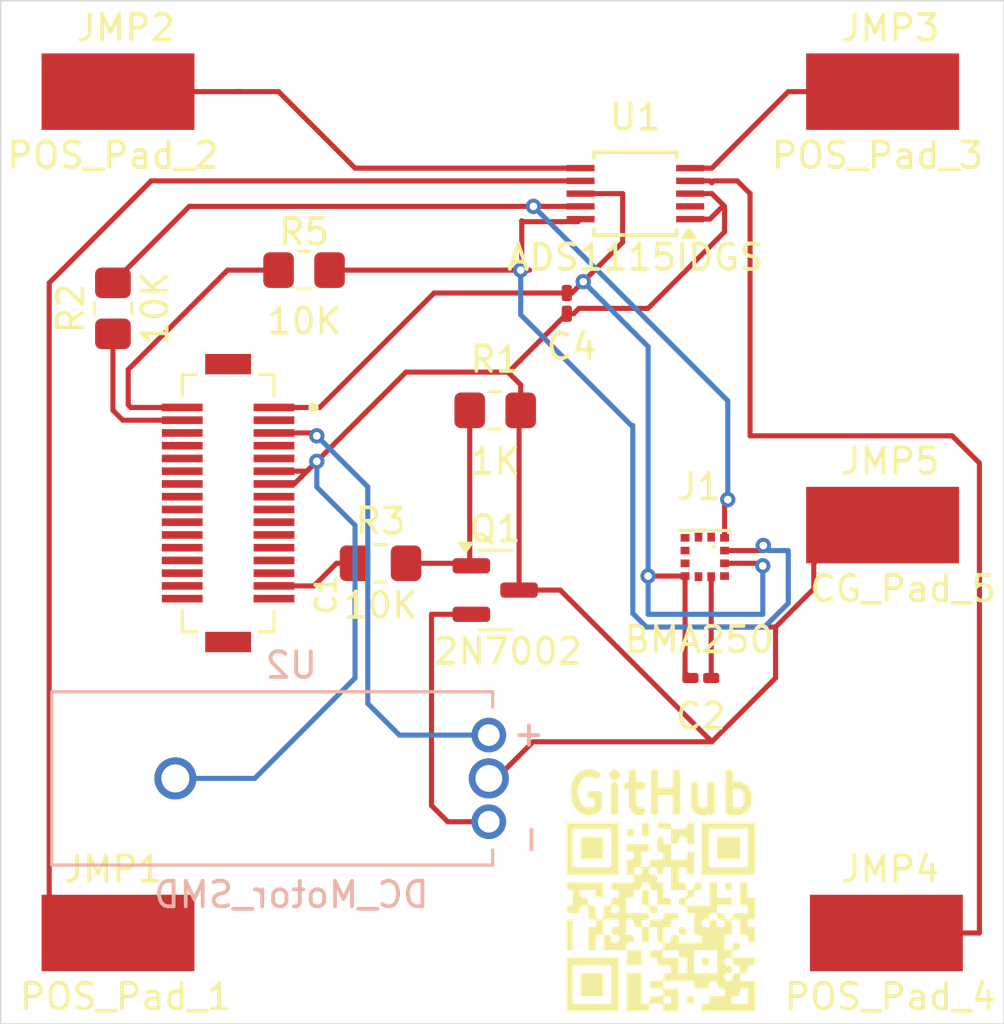
<source format=kicad_pcb>
(kicad_pcb (version 20240108) (generator "pcbnew") (generator_version "8.0")
  (layers (0 "F.Cu" signal) (31 "B.Cu" signal) (34 "B.Paste" user) (35 "F.Paste" user) (36 "B.SilkS" user "B.Silkscreen") (37 "F.SilkS" user "F.Silkscreen") (38 "B.Mask" user) (39 "F.Mask" user) (44 "Edge.Cuts" user))
  (net 0 "")
  (net 4 "Net-(C1-Pad1)")
  (net 18 "/+3V3")
  (net 22 "Net-(C1-Pad3)")
  (net 23 "/VCC")
  (net 27 "Net-(C1-Pad30)")
  (net 28 "Net-(J1-GND)")
  (net 35 "Net-(J1-SCX)")
  (net 38 "Net-(J1-SDO)")
  (net 40 "Net-(Q1-S)")
  (net 41 "Net-(Q1-G)")
  (net 43 "unconnected-(U1-AIN2-Pad6)")
  (net 44 "unconnected-(U1-AIN3-Pad7)")
  (net 45 "unconnected-(U1-AIN1-Pad5)")
  (net 46 "unconnected-(U1-AIN0-Pad4)")
  (footprint "LOGO" (layer "F.Cu") (at 143.002 110.871)
    (property "Reference" "GitHub" (at 0 -4.826 0) (layer "F.SilkS") (effects (font (size 1.5 1.5) (thickness 0.3))))
    (property "Value" "LOGO" (hide yes))
  )
  (footprint "Jumper:SolderJumper-2_P1.3mm_Bridged_RoundedPad1.0x1.5mm" (layer "F.Cu") (at 152.35 78.5)
    (property "Reference" "JMP3" (at -0.35 -2.5 0) (layer "F.SilkS"))
    (property "Value" "POS_Pad_3" (hide yes))
    (pad "" smd rect (at -0.65 0) (size 6 3) (layers "F.Cu" "F.Mask"))
  )
  (footprint "BMA250:LGA12S50P4X4_200X200X100" (layer "F.Cu") (at 144.725 96.75 -90)
    (property "Reference" "J1" (at -2.75 0.225 0) (layer "F.SilkS") (effects (font (size 1.000323 1.000323))))
    (property "Value" "BMA250" (at 3.25 0.225 0) (layer "F.SilkS") (effects (font (size 1.001559 1.001559))))
    (pad "1" smd rect (at -0.75 -0.775 90) (size 0.3 0.35) (layers "F.Cu" "F.Paste" "F.Mask") (net 38 "Net-(J1-SDO)"))
    (pad "2" smd rect (at -0.775 -0.25 180) (size 0.3 0.35) (layers "F.Cu" "F.Paste" "F.Mask"))
    (pad "3" smd rect (at -0.775 0.25 180) (size 0.3 0.35) (layers "F.Cu" "F.Paste" "F.Mask"))
    (pad "4" smd rect (at -0.75 0.775 270) (size 0.3 0.35) (layers "F.Cu" "F.Paste" "F.Mask"))
    (pad "5" smd rect (at -0.25 0.775 270) (size 0.3 0.35) (layers "F.Cu" "F.Paste" "F.Mask"))
    (pad "6" smd rect (at 0.25 0.775 270) (size 0.3 0.35) (layers "F.Cu" "F.Paste" "F.Mask"))
    (pad "7" smd rect (at 0.75 0.775 270) (size 0.3 0.35) (layers "F.Cu" "F.Paste" "F.Mask") (net 23 "/VCC"))
    (pad "8" smd rect (at 0.775 0.25) (size 0.3 0.35) (layers "F.Cu" "F.Paste" "F.Mask"))
    (pad "9" smd rect (at 0.775 -0.25) (size 0.3 0.35) (layers "F.Cu" "F.Paste" "F.Mask") (net 28 "Net-(J1-GND)"))
    (pad "10" smd rect (at 0.75 -0.775 90) (size 0.3 0.35) (layers "F.Cu" "F.Paste" "F.Mask"))
    (pad "11" smd rect (at 0.25 -0.775 90) (size 0.3 0.35) (layers "F.Cu" "F.Paste" "F.Mask") (net 23 "/VCC"))
    (pad "12" smd rect (at -0.25 -0.775 90) (size 0.3 0.35) (layers "F.Cu" "F.Paste" "F.Mask") (net 35 "Net-(J1-SCX)"))
  )
  (footprint "Resistor_SMD:R_0805_2012Metric_Pad1.20x1.40mm_HandSolder" (layer "F.Cu") (at 136.5 91 180)
    (property "Reference" "R1" (at 0 2 0) (layer "F.SilkS"))
    (property "Value" "1K" (at 0 -2 0) (layer "F.SilkS"))
    (pad "1" smd roundrect (at -1 0 180) (size 1.2 1.4) (layers "F.Cu" "F.Paste" "F.Mask") (roundrect_rratio 0.208333) (net 28 "Net-(J1-GND)"))
    (pad "2" smd roundrect (at 1 0 180) (size 1.2 1.4) (layers "F.Cu" "F.Paste" "F.Mask") (roundrect_rratio 0.208333) (net 41 "Net-(Q1-G)"))
  )
  (footprint "Jumper:SolderJumper-2_P1.3mm_Bridged_RoundedPad1.0x1.5mm" (layer "F.Cu") (at 152.5 111.5)
    (property "Reference" "JMP4" (at -0.5 -2.5 0) (layer "F.SilkS"))
    (property "Value" "POS_Pad_4" (at -0.5 2.5 0) (layer "F.SilkS"))
    (pad "" smd rect (at -0.65 0) (size 6 3) (layers "F.Cu" "F.Mask"))
  )
  (footprint "Capacitor_SMD:C_0201_0603Metric_Pad0.64x0.40mm_HandSolder" (layer "F.Cu") (at 139.31 86.8055 90)
    (property "Reference" "C4" (at -1.6945 0.19 0) (layer "F.SilkS"))
    (property "Value" "C")
    (pad "1" smd roundrect (at -0.4075 0 90) (size 0.635 0.4) (layers "F.Cu" "F.Mask") (net 28 "Net-(J1-GND)"))
    (pad "2" smd roundrect (at 0.4075 0 90) (size 0.635 0.4) (layers "F.Cu" "F.Mask") (net 23 "/VCC"))
  )
  (footprint "Resistor_SMD:R_0805_2012Metric_Pad1.20x1.40mm_HandSolder" (layer "F.Cu") (at 121.5 87 90)
    (property "Reference" "R2" (at 0 -1.65 90) (layer "F.SilkS"))
    (property "Value" "10K" (at 0 1.65 90) (layer "F.SilkS"))
    (pad "1" smd roundrect (at -1 0 90) (size 1.2 1.4) (layers "F.Cu" "F.Paste" "F.Mask") (roundrect_rratio 0.208333) (net 22 "Net-(C1-Pad3)"))
    (pad "2" smd roundrect (at 1 0 90) (size 1.2 1.4) (layers "F.Cu" "F.Paste" "F.Mask") (roundrect_rratio 0.208333) (net 38 "Net-(J1-SDO)"))
  )
  (footprint "Package_TO_SOT_SMD:SOT-23" (layer "F.Cu") (at 136.5 98.05)
    (property "Reference" "Q1" (at 0 -2.4 0) (layer "F.SilkS"))
    (property "Value" "2N7002" (at 0.5 2.4 0) (layer "F.SilkS"))
    (pad "1" smd roundrect (at -0.9375 -0.95) (size 1.475 0.6) (layers "F.Cu" "F.Paste" "F.Mask") (net 41 "Net-(Q1-G)"))
    (pad "2" smd roundrect (at -0.9375 0.95) (size 1.475 0.6) (layers "F.Cu" "F.Paste" "F.Mask") (net 40 "Net-(Q1-S)"))
    (pad "3" smd roundrect (at 0.9375 0) (size 1.475 0.6) (layers "F.Cu" "F.Paste" "F.Mask") (net 28 "Net-(J1-GND)"))
  )
  (footprint "Jumper:SolderJumper-2_P1.3mm_Bridged_RoundedPad1.0x1.5mm" (layer "F.Cu") (at 122.35 78.5)
    (property "Reference" "JMP2" (at -0.35 -2.5 0) (layer "F.SilkS"))
    (property "Value" "POS_Pad_2" (at -0.85 2.5 0) (layer "F.SilkS"))
    (pad "" smd rect (at -0.65 0) (size 6 3) (layers "F.Cu" "F.Mask"))
  )
  (footprint "Resistor_SMD:R_0805_2012Metric_Pad1.20x1.40mm_HandSolder" (layer "F.Cu") (at 132 97)
    (property "Reference" "R3" (at 0 -1.65 0) (layer "F.SilkS"))
    (property "Value" "10K" (at 0 1.65 0) (layer "F.SilkS"))
    (pad "1" smd roundrect (at -1 0) (size 1.2 1.4) (layers "F.Cu" "F.Paste" "F.Mask") (roundrect_rratio 0.208333) (net 27 "Net-(C1-Pad30)"))
    (pad "2" smd roundrect (at 1 0) (size 1.2 1.4) (layers "F.Cu" "F.Paste" "F.Mask") (roundrect_rratio 0.208333) (net 41 "Net-(Q1-G)"))
  )
  (footprint "Resistor_SMD:R_0805_2012Metric_Pad1.20x1.40mm_HandSolder" (layer "F.Cu") (at 129 85.5 180)
    (property "Reference" "R5" (at 0 1.5 0) (layer "F.SilkS"))
    (property "Value" "10K" (at 0 -2 0) (layer "F.SilkS"))
    (pad "1" smd roundrect (at -1 0 180) (size 1.2 1.4) (layers "F.Cu" "F.Paste" "F.Mask") (roundrect_rratio 0.208333) (net 35 "Net-(J1-SCX)"))
    (pad "2" smd roundrect (at 1 0 180) (size 1.2 1.4) (layers "F.Cu" "F.Paste" "F.Mask") (roundrect_rratio 0.208333) (net 4 "Net-(C1-Pad1)"))
  )
  (footprint "Jumper:SolderJumper-2_P1.3mm_Bridged_RoundedPad1.0x1.5mm" (layer "F.Cu") (at 122.35 111.5)
    (property "Reference" "JMP1" (at -0.85 -2.5 0) (layer "F.SilkS"))
    (property "Value" "POS_Pad_1" (at -0.35 2.5 0) (layer "F.SilkS"))
    (pad "" smd rect (at -0.65 0) (size 6 3) (layers "F.Cu" "F.Mask"))
  )
  (footprint "DF12NB-32DS-0.5V_51_:HRS_DF12NB-32DS-0.5V_51_" (layer "F.Cu") (at 126.02 94.637 90)
    (property "Reference" "C1" (at -3.6 3.85 90) (layer "F.SilkS") (effects (font (size 0.787402 0.787402))))
    (property "Value" "DF12NB-32DS-0.5V_51_")
    (pad "1" smd rect (at 3.75 -1.8 90) (size 0.3 1.6) (layers "F.Cu") (net 4 "Net-(C1-Pad1)"))
    (pad "2" smd rect (at 3.75 1.8 90) (size 0.3 1.6) (layers "F.Cu") (net 23 "/VCC"))
    (pad "3" smd rect (at 3.25 -1.8 90) (size 0.3 1.6) (layers "F.Cu") (net 22 "Net-(C1-Pad3)"))
    (pad "4" smd rect (at 3.25 1.8 90) (size 0.3 1.6) (layers "F.Cu"))
    (pad "5" smd rect (at 2.75 -1.8 90) (size 0.3 1.6) (layers "F.Cu"))
    (pad "6" smd rect (at 2.75 1.8 90) (size 0.3 1.6) (layers "F.Cu") (net 18 "/+3V3"))
    (pad "7" smd rect (at 2.25 -1.8 90) (size 0.3 1.6) (layers "F.Cu"))
    (pad "8" smd rect (at 2.25 1.8 90) (size 0.3 1.6) (layers "F.Cu"))
    (pad "9" smd rect (at 1.75 -1.8 90) (size 0.3 1.6) (layers "F.Cu"))
    (pad "10" smd rect (at 1.75 1.8 90) (size 0.3 1.6) (layers "F.Cu"))
    (pad "11" smd rect (at 1.25 -1.8 90) (size 0.3 1.6) (layers "F.Cu"))
    (pad "12" smd rect (at 1.25 1.8 90) (size 0.3 1.6) (layers "F.Cu") (net 28 "Net-(J1-GND)"))
    (pad "13" smd rect (at 0.75 -1.8 90) (size 0.3 1.6) (layers "F.Cu"))
    (pad "14" smd rect (at 0.75 1.8 90) (size 0.3 1.6) (layers "F.Cu") (net 28 "Net-(J1-GND)"))
    (pad "15" smd rect (at 0.25 -1.8 90) (size 0.3 1.6) (layers "F.Cu"))
    (pad "16" smd rect (at 0.25 1.8 90) (size 0.3 1.6) (layers "F.Cu"))
    (pad "17" smd rect (at -0.25 -1.8 90) (size 0.3 1.6) (layers "F.Cu"))
    (pad "18" smd rect (at -0.25 1.8 90) (size 0.3 1.6) (layers "F.Cu"))
    (pad "19" smd rect (at -0.75 -1.8 90) (size 0.3 1.6) (layers "F.Cu"))
    (pad "20" smd rect (at -0.75 1.8 90) (size 0.3 1.6) (layers "F.Cu"))
    (pad "21" smd rect (at -1.25 -1.8 90) (size 0.3 1.6) (layers "F.Cu"))
    (pad "22" smd rect (at -1.25 1.8 90) (size 0.3 1.6) (layers "F.Cu"))
    (pad "23" smd rect (at -1.75 -1.8 90) (size 0.3 1.6) (layers "F.Cu"))
    (pad "24" smd rect (at -1.75 1.8 90) (size 0.3 1.6) (layers "F.Cu"))
    (pad "25" smd rect (at -2.25 -1.8 90) (size 0.3 1.6) (layers "F.Cu"))
    (pad "26" smd rect (at -2.25 1.8 90) (size 0.3 1.6) (layers "F.Cu"))
    (pad "27" smd rect (at -2.75 -1.8 90) (size 0.3 1.6) (layers "F.Cu"))
    (pad "28" smd rect (at -2.75 1.8 90) (size 0.3 1.6) (layers "F.Cu"))
    (pad "29" smd rect (at -3.25 -1.8 90) (size 0.3 1.6) (layers "F.Cu"))
    (pad "30" smd rect (at -3.25 1.8 90) (size 0.3 1.6) (layers "F.Cu") (net 27 "Net-(C1-Pad30)"))
    (pad "31" smd rect (at -3.75 -1.8 90) (size 0.3 1.6) (layers "F.Cu"))
    (pad "32" smd rect (at -3.75 1.8 90) (size 0.3 1.6) (layers "F.Cu"))
    (pad "S1" smd rect (at 5.45 0 90) (size 0.8 1.8) (layers "F.Cu" "F.Paste" "F.Mask"))
    (pad "S2" smd rect (at -5.45 0 90) (size 0.8 1.8) (layers "F.Cu" "F.Paste" "F.Mask"))
  )
  (footprint "Capacitor_SMD:C_0201_0603Metric_Pad0.64x0.40mm_HandSolder" (layer "F.Cu") (at 144.5675 101.5)
    (property "Reference" "C2" (at 0 1.5 0) (layer "F.SilkS"))
    (property "Value" "C")
    (pad "1" smd roundrect (at -0.4075 0) (size 0.635 0.4) (layers "F.Cu" "F.Mask") (net 23 "/VCC"))
    (pad "2" smd roundrect (at 0.4075 0) (size 0.635 0.4) (layers "F.Cu" "F.Mask") (net 28 "Net-(J1-GND)"))
  )
  (footprint "Package_SO:TSSOP-10_3x3mm_P0.5mm" (layer "F.Cu") (at 142 82.5 180)
    (property "Reference" "U1" (at 0 3 0) (layer "F.SilkS"))
    (property "Value" "ADS1115IDGS" (at 0 -2.5 0) (layer "F.SilkS"))
    (pad "1" smd rect (at -2.15 -1 180) (size 1.1 0.25) (layers "F.Cu" "F.Paste" "F.Mask") (net 28 "Net-(J1-GND)"))
    (pad "2" smd rect (at -2.15 -0.5 180) (size 1.1 0.25) (layers "F.Cu" "F.Paste" "F.Mask"))
    (pad "3" smd rect (at -2.15 0 180) (size 1.1 0.25) (layers "F.Cu" "F.Paste" "F.Mask") (net 28 "Net-(J1-GND)"))
    (pad "4" smd rect (at -2.15 0.5 180) (size 1.1 0.25) (layers "F.Cu" "F.Paste" "F.Mask") (net 46 "unconnected-(U1-AIN0-Pad4)"))
    (pad "5" smd rect (at -2.15 1 180) (size 1.1 0.25) (layers "F.Cu" "F.Paste" "F.Mask") (net 45 "unconnected-(U1-AIN1-Pad5)"))
    (pad "6" smd rect (at 2.15 1 180) (size 1.1 0.25) (layers "F.Cu" "F.Paste" "F.Mask") (net 43 "unconnected-(U1-AIN2-Pad6)"))
    (pad "7" smd rect (at 2.15 0.5 180) (size 1.1 0.25) (layers "F.Cu" "F.Paste" "F.Mask") (net 44 "unconnected-(U1-AIN3-Pad7)"))
    (pad "8" smd rect (at 2.15 0 180) (size 1.1 0.25) (layers "F.Cu" "F.Paste" "F.Mask") (net 23 "/VCC"))
    (pad "9" smd rect (at 2.15 -0.5 180) (size 1.1 0.25) (layers "F.Cu" "F.Paste" "F.Mask") (net 38 "Net-(J1-SDO)"))
    (pad "10" smd rect (at 2.15 -1 180) (size 1.1 0.25) (layers "F.Cu" "F.Paste" "F.Mask") (net 35 "Net-(J1-SCX)"))
  )
  (footprint "Jumper:SolderJumper-2_P1.3mm_Bridged_RoundedPad1.0x1.5mm" (layer "F.Cu") (at 152.35 95.5)
    (property "Reference" "JMP5" (at -0.35 -2.5 0) (layer "F.SilkS"))
    (property "Value" "CG_Pad_5" (at 0.15 2.5 0) (layer "F.SilkS"))
    (pad "" smd rect (at -0.65 0) (size 6 3) (layers "F.Cu" "F.Mask"))
  )
  (footprint "Z6DCBB0056091:JINLONG_Z6DCBB0056091" (layer "B.Cu") (at 130.25 105.437 90)
    (property "Reference" "U2" (at 4.437 -1.75 0) (layer "B.SilkS") (effects (justify mirror)))
    (property "Value" "DC_Motor_SMD" (at -4.563 -1.75 0) (layer "B.SilkS") (effects (justify mirror)))
    (fp_text user "+" (at 1.7 7.5 90) (layer "B.SilkS") (effects (justify mirror)))
    (fp_text user "-" (at -2.4 7.6 90) (layer "B.SilkS") (effects (justify mirror)))
    (pad "N" thru_hole circle (at -1.7 6 90) (size 1.358 1.358) (drill 0.85) (layers "*.Cu" "*.Mask") (net 40 "Net-(Q1-S)"))
    (pad "P" thru_hole circle (at 1.7 6 90) (size 1.358 1.358) (drill 0.85) (layers "*.Cu" "*.Mask") (net 18 "/+3V3"))
    (pad "S1" thru_hole circle (at 0 6 90) (size 1.575 1.575) (drill 1.05) (layers "*.Cu" "*.Mask") (net 28 "Net-(J1-GND)"))
    (pad "S2" thru_hole circle (at 0 -6.3 90) (size 1.65 1.65) (drill 1.1) (layers "*.Cu" "*.Mask") (net 28 "Net-(J1-GND)"))
  )
  (gr_rect (start 117.094 74.93) (end 156.464 115.062) (stroke (width 0.05)) (fill none) (layer "Edge.Cuts"))
  (gr_text "POS_Pad_3" (at 151.5 81 0) (layer "F.SilkS") (effects (font (size 1 1))))
  (segment (start 122.1 90.787) (end 122.1 89.4) (width 0.2) (layer "F.Cu") (net 4))
  (segment (start 122.1 89.4) (end 126 85.5) (width 0.2) (layer "F.Cu") (net 4))
  (segment (start 122.1 90.787) (end 122.2 90.887) (width 0.2) (layer "F.Cu") (net 4))
  (segment (start 122.2 90.887) (end 124.22 90.887) (width 0.2) (layer "F.Cu") (net 4))
  (segment (start 126 85.5) (end 128 85.5) (width 0.2) (layer "F.Cu") (net 4))
  (segment (start 129.387 91.887) (end 127.82 91.887) (width 0.2) (layer "F.Cu") (net 18))
  (segment (start 129.5 92) (end 129.387 91.887) (width 0.2) (layer "F.Cu") (net 18))
  (via (at 129.5 92) (size 0.6) (drill 0.3) (layers "F.Cu" "B.Cu") (net 18))
  (segment (start 132.737 103.737) (end 136.25 103.737) (width 0.2) (layer "B.Cu") (net 18))
  (segment (start 131.5 102.5) (end 132.737 103.737) (width 0.2) (layer "B.Cu") (net 18))
  (segment (start 131.5 94) (end 131.5 102.5) (width 0.2) (layer "B.Cu") (net 18))
  (segment (start 129.5 92) (end 131.5 94) (width 0.2) (layer "B.Cu") (net 18))
  (segment (start 121.887 91.387) (end 121.5 91) (width 0.2) (layer "F.Cu") (net 22))
  (segment (start 124.22 91.387) (end 121.887 91.387) (width 0.2) (layer "F.Cu") (net 22))
  (segment (start 121.5 91) (end 121.5 88) (width 0.2) (layer "F.Cu") (net 22))
  (segment (start 142.5 97.5) (end 143.95 97.5) (width 0.2) (layer "F.Cu") (net 23))
  (segment (start 141.5 84.407999) (end 141.5 82.5) (width 0.2) (layer "F.Cu") (net 23))
  (segment (start 139.31 86.398) (end 139.509999 86.398) (width 0.2) (layer "F.Cu") (net 23))
  (segment (start 146.9 97) (end 147 97.1) (width 0.2) (layer "F.Cu") (net 23))
  (segment (start 143.95 101.29) (end 144.16 101.5) (width 0.2) (layer "F.Cu") (net 23))
  (segment (start 141.5 82.5) (end 139.85 82.5) (width 0.2) (layer "F.Cu") (net 23))
  (segment (start 139.953999 85.953999) (end 141.5 84.407999) (width 0.2) (layer "F.Cu") (net 23))
  (segment (start 145.5 97) (end 146.9 97) (width 0.2) (layer "F.Cu") (net 23))
  (segment (start 134.102 86.398) (end 129.613 90.887) (width 0.2) (layer "F.Cu") (net 23))
  (segment (start 139.31 86.398) (end 134.102 86.398) (width 0.2) (layer "F.Cu") (net 23))
  (segment (start 139.509999 86.398) (end 139.953999 85.953999) (width 0.2) (layer "F.Cu") (net 23))
  (segment (start 143.95 97.5) (end 143.95 101.29) (width 0.2) (layer "F.Cu") (net 23))
  (segment (start 129.613 90.887) (end 127.82 90.887) (width 0.2) (layer "F.Cu") (net 23))
  (via (at 142.5 97.5) (size 0.6) (drill 0.3) (layers "F.Cu" "B.Cu") (net 23))
  (via (at 147 97.1) (size 0.6) (drill 0.3) (layers "F.Cu" "B.Cu") (net 23))
  (via (at 139.953999 85.953999) (size 0.6) (drill 0.3) (layers "F.Cu" "B.Cu") (net 23))
  (segment (start 147 97.1) (end 147 99) (width 0.2) (layer "B.Cu") (net 23))
  (segment (start 147 99) (end 142.5 99) (width 0.2) (layer "B.Cu") (net 23))
  (segment (start 142.5 88.5) (end 142.5 97.5) (width 0.2) (layer "B.Cu") (net 23))
  (segment (start 142.5 99) (end 142.5 97.5) (width 0.2) (layer "B.Cu") (net 23))
  (segment (start 139.953999 85.953999) (end 142.5 88.5) (width 0.2) (layer "B.Cu") (net 23))
  (segment (start 129.387 97.887) (end 127.82 97.887) (width 0.2) (layer "F.Cu") (net 27))
  (segment (start 131 97) (end 130.274 97) (width 0.2) (layer "F.Cu") (net 27))
  (segment (start 130.274 97) (end 129.387 97.887) (width 0.2) (layer "F.Cu") (net 27))
  (segment (start 129.113 93.387) (end 129.5 93) (width 0.2) (layer "F.Cu") (net 28))
  (segment (start 145 104) (end 147.5 101.5) (width 0.2) (layer "F.Cu") (net 28))
  (segment (start 139.31 87.213) (end 137.023 89.5) (width 0.2) (layer "F.Cu") (net 28))
  (segment (start 137.5 91) (end 137.5 90) (width 0.2) (layer "F.Cu") (net 28))
  (segment (start 142.5 87) (end 139.787 87) (width 0.2) (layer "F.Cu") (net 28))
  (segment (start 147.5 99.5) (end 144.975 99.5) (width 0.2) (layer "F.Cu") (net 28))
  (segment (start 145 82.5) (end 145.5 83) (width 0.2) (layer "F.Cu") (net 28))
  (segment (start 133 89.5) (end 129.5 93) (width 0.2) (layer "F.Cu") (net 28))
  (segment (start 151.7 95) (end 151.2 95.5) (width 0.2) (layer "F.Cu") (net 28))
  (segment (start 144.975 99.5) (end 144.975 101.5) (width 0.2) (layer "F.Cu") (net 28))
  (segment (start 149 97) (end 149.695 96.305) (width 0.2) (layer "F.Cu") (net 28))
  (segment (start 136.55 105.437) (end 137.987 104) (width 0.2) (layer "F.Cu") (net 28))
  (segment (start 127.82 93.387) (end 129.113 93.387) (width 0.2) (layer "F.Cu") (net 28))
  (segment (start 147.5 101.5) (end 147.5 99.5) (width 0.2) (layer "F.Cu") (net 28))
  (segment (start 149.695 96.305) (end 149.695 95.5) (width 0.2) (layer "F.Cu") (net 28))
  (segment (start 137.987 104) (end 145 104) (width 0.2) (layer "F.Cu") (net 28))
  (segment (start 137.5 90) (end 137 89.5) (width 0.2) (layer "F.Cu") (net 28))
  (segment (start 145.5 83) (end 145.5 84) (width 0.2) (layer "F.Cu") (net 28))
  (segment (start 139.05 98.05) (end 145 104) (width 0.2) (layer "F.Cu") (net 28))
  (segment (start 144.925 83.5) (end 145.425 83) (width 0.2) (layer "F.Cu") (net 28))
  (segment (start 139.574 87.213) (end 139.31 87.213) (width 0.2) (layer "F.Cu") (net 28))
  (segment (start 147.5 99.5) (end 149 98) (width 0.2) (layer "F.Cu") (net 28))
  (segment (start 144.975 97.525) (end 144.975 99.5) (width 0.2) (layer "F.Cu") (net 28))
  (segment (start 137.4375 91.0625) (end 137.5 91) (width 0.2) (layer "F.Cu") (net 28))
  (segment (start 137.4375 98.05) (end 137.4375 91.0625) (width 0.2) (layer "F.Cu") (net 28))
  (segment (start 139.787 87) (end 139.574 87.213) (width 0.2) (layer "F.Cu") (net 28))
  (segment (start 137 89.5) (end 133 89.5) (width 0.2) (layer "F.Cu") (net 28))
  (segment (start 127.82 93.887) (end 128.613 93.887) (width 0.2) (layer "F.Cu") (net 28))
  (segment (start 137.4375 98.05) (end 139.05 98.05) (width 0.2) (layer "F.Cu") (net 28))
  (segment (start 137.023 89.5) (end 137 89.5) (width 0.2) (layer "F.Cu") (net 28))
  (segment (start 149 98) (end 149 97) (width 0.2) (layer "F.Cu") (net 28))
  (segment (start 144.15 83.5) (end 144.925 83.5) (width 0.2) (layer "F.Cu") (net 28))
  (segment (start 145.5 84) (end 142.5 87) (width 0.2) (layer "F.Cu") (net 28))
  (segment (start 128.613 93.887) (end 129.5 93) (width 0.2) (layer "F.Cu") (net 28))
  (segment (start 144.15 82.5) (end 145 82.5) (width 0.2) (layer "F.Cu") (net 28))
  (via (at 129.5 93) (size 0.6) (drill 0.3) (layers "F.Cu" "B.Cu") (net 28))
  (segment (start 131 95.5085) (end 131 101.5) (width 0.2) (layer "B.Cu") (net 28))
  (segment (start 127.063 105.437) (end 124.25 105.437) (width 0.2) (layer "B.Cu") (net 28))
  (segment (start 131 101.5) (end 127.063 105.437) (width 0.2) (layer "B.Cu") (net 28))
  (segment (start 129.5 94.0085) (end 129.5 93) (width 0.2) (layer "B.Cu") (net 28))
  (segment (start 131 95.5085) (end 129.5 94.0085) (width 0.2) (layer "B.Cu") (net 28))
  (segment (start 139.75 83.6) (end 139.85 83.5) (width 0.2) (layer "F.Cu") (net 35))
  (segment (start 137.5 85.5) (end 137.541 85.459) (width 0.2) (layer "F.Cu") (net 35))
  (segment (start 137.575 83.6) (end 139.75 83.6) (width 0.2) (layer "F.Cu") (net 35))
  (segment (start 137.541 83.566) (end 137.575 83.6) (width 0.2) (layer "F.Cu") (net 35))
  (segment (start 130 85.5) (end 137.5 85.5) (width 0.2) (layer "F.Cu") (net 35))
  (segment (start 137.541 85.459) (end 137.541 83.566) (width 0.2) (layer "F.Cu") (net 35))
  (segment (start 145.5 96.5) (end 147 96.5) (width 0.2) (layer "F.Cu") (net 35))
  (segment (start 137.5 85.5) (end 137.85 85.5) (width 0.2) (layer "F.Cu") (net 35))
  (via (at 137.5 85.5) (size 0.6) (drill 0.3) (layers "F.Cu" "B.Cu") (net 35))
  (via (at 147.020529 96.300261) (size 0.6) (drill 0.3) (layers "F.Cu" "B.Cu") (net 35))
  (segment (start 142.434315 99.5) (end 147.065685 99.5) (width 0.2) (layer "B.Cu") (net 35))
  (segment (start 141.9 91.6) (end 141.9 98.965685) (width 0.2) (layer "B.Cu") (net 35))
  (segment (start 141.85 91.6) (end 141.9 91.6) (width 0.2) (layer "B.Cu") (net 35))
  (segment (start 141.9 98.965685) (end 142.434315 99.5) (width 0.2) (layer "B.Cu") (net 35))
  (segment (start 147.220268 96.5) (end 147.020529 96.300261) (width 0.2) (layer "B.Cu") (net 35))
  (segment (start 148 96.5) (end 147.220268 96.5) (width 0.2) (layer "B.Cu") (net 35))
  (segment (start 137.4 85.4) (end 137.5 85.5) (width 0.2) (layer "B.Cu") (net 35))
  (segment (start 137.5 87.25) (end 141.85 91.6) (width 0.2) (layer "B.Cu") (net 35))
  (segment (start 137.5 85.5) (end 137.5 87.25) (width 0.2) (layer "B.Cu") (net 35))
  (segment (start 147.065685 99.5) (end 148 98.565685) (width 0.2) (layer "B.Cu") (net 35))
  (segment (start 148 98.565685) (end 148 96.5) (width 0.2) (layer "B.Cu") (net 35))
  (segment (start 145.5 94.625002) (end 145.625002 94.5) (width 0.2) (layer "F.Cu") (net 38))
  (segment (start 124.5 83) (end 121.5 86) (width 0.2) (layer "F.Cu") (net 38))
  (segment (start 145.5 96) (end 145.5 94.625002) (width 0.2) (layer "F.Cu") (net 38))
  (segment (start 139.85 83) (end 124.5 83) (width 0.2) (layer "F.Cu") (net 38))
  (via (at 145.625002 94.5) (size 0.6) (drill 0.3) (layers "F.Cu" "B.Cu") (net 38))
  (via (at 138 83) (size 0.6) (drill 0.3) (layers "F.Cu" "B.Cu") (net 38))
  (segment (start 145.625002 90.625002) (end 138 83) (width 0.2) (layer "B.Cu") (net 38))
  (segment (start 145.625002 94.5) (end 145.625002 90.625002) (width 0.2) (layer "B.Cu") (net 38))
  (segment (start 134.637 107.137) (end 136.25 107.137) (width 0.2) (layer "F.Cu") (net 40))
  (segment (start 134 106.5) (end 134.637 107.137) (width 0.2) (layer "F.Cu") (net 40))
  (segment (start 135.5625 99) (end 134 99) (width 0.2) (layer "F.Cu") (net 40))
  (segment (start 134 99) (end 134 106.5) (width 0.2) (layer "F.Cu") (net 40))
  (segment (start 135.4625 97) (end 135.5625 97.1) (width 0.2) (layer "F.Cu") (net 41))
  (segment (start 133 97) (end 135.9625 97) (width 0.2) (layer "F.Cu") (net 41))
  (segment (start 135.5 91) (end 135.5 97.0375) (width 0.2) (layer "F.Cu") (net 41))
  (segment (start 135.5 97.0375) (end 135.5625 97.1) (width 0.2) (layer "F.Cu") (net 41))
  (segment (start 126.5 78.5) (end 124.5 78.5) (width 0.2) (layer "F.Cu") (net 43))
  (segment (start 139.35 81.5) (end 131 81.5) (width 0.2) (layer "F.Cu") (net 43))
  (segment (start 128 78.5) (end 126.5 78.5) (width 0.2) (layer "F.Cu") (net 43))
  (segment (start 131 81.5) (end 128 78.5) (width 0.2) (layer "F.Cu") (net 43))
  (segment (start 126.5 78.5) (end 126.305 78.5) (width 0.2) (layer "F.Cu") (net 43))
  (segment (start 119 86) (end 119 111.5) (width 0.2) (layer "F.Cu") (net 44))
  (segment (start 123 82) (end 119 86) (width 0.2) (layer "F.Cu") (net 44))
  (segment (start 119 111.5) (end 119.695 111.5) (width 0.2) (layer "F.Cu") (net 44))
  (segment (start 139.85 82) (end 123 82) (width 0.2) (layer "F.Cu") (net 44))
  (segment (start 144.15 81.5) (end 145 81.5) (width 0.2) (layer "F.Cu") (net 45))
  (segment (start 145 81.5) (end 148 78.5) (width 0.2) (layer "F.Cu") (net 45))
  (segment (start 148 78.5) (end 149.695 78.5) (width 0.2) (layer "F.Cu") (net 45))
  (segment (start 144.15 82) (end 144.925 82) (width 0.2) (layer "F.Cu") (net 46))
  (segment (start 155.5 93.068664) (end 155.5 111.5) (width 0.2) (layer "F.Cu") (net 46))
  (segment (start 154.431336 92) (end 155.5 93.068664) (width 0.2) (layer "F.Cu") (net 46))
  (segment (start 144.925 82) (end 145 82.075) (width 0.2) (layer "F.Cu") (net 46))
  (segment (start 146 82) (end 146.5 82.5) (width 0.2) (layer "F.Cu") (net 46))
  (segment (start 146.5 82.5) (end 146.5 92) (width 0.2) (layer "F.Cu") (net 46))
  (segment (start 155.5 111.5) (end 154 111.5) (width 0.2) (layer "F.Cu") (net 46))
  (segment (start 146.5 92) (end 154.431336 92) (width 0.2) (layer "F.Cu") (net 46))
  (segment (start 145 82.075) (end 145.075 82) (width 0.2) (layer "F.Cu") (net 46))
  (segment (start 145.075 82) (end 146 82) (width 0.2) (layer "F.Cu") (net 46))
)
</source>
